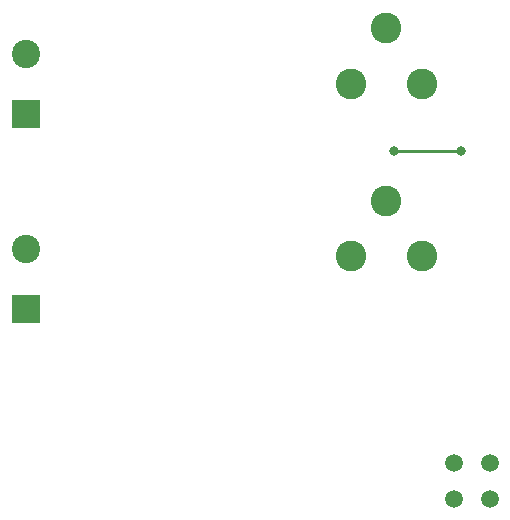
<source format=gbr>
G04 #@! TF.GenerationSoftware,KiCad,Pcbnew,(5.0.1)-3*
G04 #@! TF.CreationDate,2018-12-28T16:37:43-07:00*
G04 #@! TF.ProjectId,New_battery,4E65775F626174746572792E6B696361,rev?*
G04 #@! TF.SameCoordinates,Original*
G04 #@! TF.FileFunction,Copper,L2,Bot,Signal*
G04 #@! TF.FilePolarity,Positive*
%FSLAX46Y46*%
G04 Gerber Fmt 4.6, Leading zero omitted, Abs format (unit mm)*
G04 Created by KiCad (PCBNEW (5.0.1)-3) date 2018-12-28 4:37:43 PM*
%MOMM*%
%LPD*%
G01*
G04 APERTURE LIST*
G04 #@! TA.AperFunction,ComponentPad*
%ADD10C,2.600000*%
G04 #@! TD*
G04 #@! TA.AperFunction,ComponentPad*
%ADD11C,2.400000*%
G04 #@! TD*
G04 #@! TA.AperFunction,ComponentPad*
%ADD12R,2.400000X2.400000*%
G04 #@! TD*
G04 #@! TA.AperFunction,ComponentPad*
%ADD13C,1.500000*%
G04 #@! TD*
G04 #@! TA.AperFunction,ViaPad*
%ADD14C,0.800000*%
G04 #@! TD*
G04 #@! TA.AperFunction,Conductor*
%ADD15C,0.250000*%
G04 #@! TD*
G04 APERTURE END LIST*
D10*
G04 #@! TO.P,J1,1*
G04 #@! TO.N,VDD1*
X248460000Y-88900000D03*
G04 #@! TO.P,J1,2*
G04 #@! TO.N,GND*
X254460000Y-88900000D03*
G04 #@! TO.P,J1,3*
X251460000Y-84200000D03*
G04 #@! TD*
D11*
G04 #@! TO.P,J3,2*
G04 #@! TO.N,Net-(J3-Pad2)*
X220980000Y-88345000D03*
D12*
G04 #@! TO.P,J3,1*
G04 #@! TO.N,GND*
X220980000Y-93345000D03*
G04 #@! TD*
G04 #@! TO.P,J4,1*
G04 #@! TO.N,Net-(J3-Pad2)*
X220980000Y-76835000D03*
D11*
G04 #@! TO.P,J4,2*
G04 #@! TO.N,VDD1*
X220980000Y-71835000D03*
G04 #@! TD*
D13*
G04 #@! TO.P,J5,1*
G04 #@! TO.N,GND*
X257205000Y-109450000D03*
G04 #@! TO.P,J5,2*
G04 #@! TO.N,Net-(J5-Pad2)*
X257205000Y-106450000D03*
G04 #@! TO.P,J5,3*
G04 #@! TO.N,N/C*
X260205000Y-109450000D03*
G04 #@! TO.P,J5,4*
X260205000Y-106450000D03*
G04 #@! TD*
D10*
G04 #@! TO.P,J6,3*
G04 #@! TO.N,GND*
X251460000Y-69595000D03*
G04 #@! TO.P,J6,2*
X254460000Y-74295000D03*
G04 #@! TO.P,J6,1*
G04 #@! TO.N,VDD2*
X248460000Y-74295000D03*
G04 #@! TD*
D14*
G04 #@! TO.N,GND*
X252095000Y-80010000D03*
X257810000Y-80010000D03*
G04 #@! TD*
D15*
G04 #@! TO.N,GND*
X257810000Y-80010000D02*
X252095000Y-80010000D01*
G04 #@! TD*
M02*

</source>
